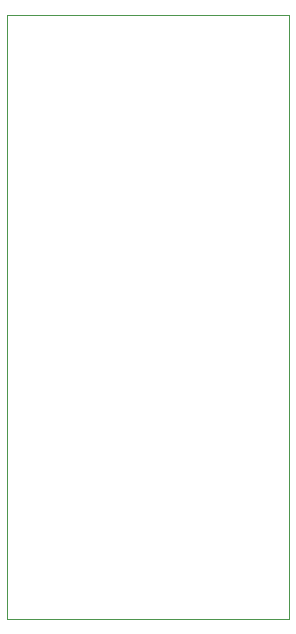
<source format=gbr>
%TF.GenerationSoftware,KiCad,Pcbnew,(6.0.9)*%
%TF.CreationDate,2023-03-11T12:53:36-05:00*%
%TF.ProjectId,tinypico-nano-carrier,74696e79-7069-4636-9f2d-6e616e6f2d63,rev?*%
%TF.SameCoordinates,Original*%
%TF.FileFunction,Profile,NP*%
%FSLAX46Y46*%
G04 Gerber Fmt 4.6, Leading zero omitted, Abs format (unit mm)*
G04 Created by KiCad (PCBNEW (6.0.9)) date 2023-03-11 12:53:36*
%MOMM*%
%LPD*%
G01*
G04 APERTURE LIST*
%TA.AperFunction,Profile*%
%ADD10C,0.010000*%
%TD*%
G04 APERTURE END LIST*
D10*
X101000000Y-50850000D02*
X124900000Y-50850000D01*
X124900000Y-50850000D02*
X124900000Y-102000000D01*
X124900000Y-102000000D02*
X101000000Y-102000000D01*
X101000000Y-102000000D02*
X101000000Y-50850000D01*
M02*

</source>
